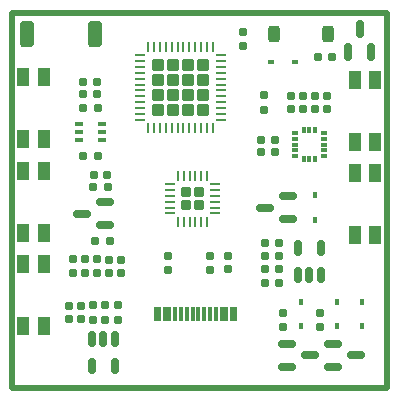
<source format=gbr>
%TF.GenerationSoftware,KiCad,Pcbnew,(6.0.0-rc1-323-gb9e66d8b98)*%
%TF.CreationDate,2021-12-09T23:12:50+08:00*%
%TF.ProjectId,Xterminal,58746572-6d69-46e6-916c-2e6b69636164,rev?*%
%TF.SameCoordinates,PXb340ac0PY76b1be0*%
%TF.FileFunction,Paste,Top*%
%TF.FilePolarity,Positive*%
%FSLAX46Y46*%
G04 Gerber Fmt 4.6, Leading zero omitted, Abs format (unit mm)*
G04 Created by KiCad (PCBNEW (6.0.0-rc1-323-gb9e66d8b98)) date 2021-12-09 23:12:50*
%MOMM*%
%LPD*%
G01*
G04 APERTURE LIST*
G04 Aperture macros list*
%AMRoundRect*
0 Rectangle with rounded corners*
0 $1 Rounding radius*
0 $2 $3 $4 $5 $6 $7 $8 $9 X,Y pos of 4 corners*
0 Add a 4 corners polygon primitive as box body*
4,1,4,$2,$3,$4,$5,$6,$7,$8,$9,$2,$3,0*
0 Add four circle primitives for the rounded corners*
1,1,$1+$1,$2,$3*
1,1,$1+$1,$4,$5*
1,1,$1+$1,$6,$7*
1,1,$1+$1,$8,$9*
0 Add four rect primitives between the rounded corners*
20,1,$1+$1,$2,$3,$4,$5,0*
20,1,$1+$1,$4,$5,$6,$7,0*
20,1,$1+$1,$6,$7,$8,$9,0*
20,1,$1+$1,$8,$9,$2,$3,0*%
G04 Aperture macros list end*
%TA.AperFunction,Profile*%
%ADD10C,0.500000*%
%TD*%
%ADD11RoundRect,0.062500X-0.375000X-0.062500X0.375000X-0.062500X0.375000X0.062500X-0.375000X0.062500X0*%
%ADD12RoundRect,0.062500X-0.062500X-0.375000X0.062500X-0.375000X0.062500X0.375000X-0.062500X0.375000X0*%
%ADD13RoundRect,0.250000X-0.270000X-0.270000X0.270000X-0.270000X0.270000X0.270000X-0.270000X0.270000X0*%
%ADD14RoundRect,0.150000X-0.150000X0.512500X-0.150000X-0.512500X0.150000X-0.512500X0.150000X0.512500X0*%
%ADD15RoundRect,0.150000X0.587500X0.150000X-0.587500X0.150000X-0.587500X-0.150000X0.587500X-0.150000X0*%
%ADD16RoundRect,0.155000X-0.155000X0.212500X-0.155000X-0.212500X0.155000X-0.212500X0.155000X0.212500X0*%
%ADD17RoundRect,0.160000X-0.197500X-0.160000X0.197500X-0.160000X0.197500X0.160000X-0.197500X0.160000X0*%
%ADD18R,0.450000X0.600000*%
%ADD19R,0.600000X0.450000*%
%ADD20RoundRect,0.155000X0.155000X-0.212500X0.155000X0.212500X-0.155000X0.212500X-0.155000X-0.212500X0*%
%ADD21R,1.000000X1.550000*%
%ADD22RoundRect,0.150000X-0.587500X-0.150000X0.587500X-0.150000X0.587500X0.150000X-0.587500X0.150000X0*%
%ADD23RoundRect,0.160000X0.160000X-0.197500X0.160000X0.197500X-0.160000X0.197500X-0.160000X-0.197500X0*%
%ADD24RoundRect,0.160000X0.197500X0.160000X-0.197500X0.160000X-0.197500X-0.160000X0.197500X-0.160000X0*%
%ADD25RoundRect,0.217500X0.217500X-0.217500X0.217500X0.217500X-0.217500X0.217500X-0.217500X-0.217500X0*%
%ADD26RoundRect,0.062500X0.062500X-0.375000X0.062500X0.375000X-0.062500X0.375000X-0.062500X-0.375000X0*%
%ADD27RoundRect,0.062500X0.375000X-0.062500X0.375000X0.062500X-0.375000X0.062500X-0.375000X-0.062500X0*%
%ADD28R,0.650000X0.400000*%
%ADD29RoundRect,0.155000X-0.212500X-0.155000X0.212500X-0.155000X0.212500X0.155000X-0.212500X0.155000X0*%
%ADD30RoundRect,0.160000X-0.160000X0.197500X-0.160000X-0.197500X0.160000X-0.197500X0.160000X0.197500X0*%
%ADD31RoundRect,0.087500X-0.187500X-0.087500X0.187500X-0.087500X0.187500X0.087500X-0.187500X0.087500X0*%
%ADD32RoundRect,0.087500X-0.087500X-0.187500X0.087500X-0.187500X0.087500X0.187500X-0.087500X0.187500X0*%
%ADD33R,0.300000X1.150000*%
%ADD34RoundRect,0.250000X0.350000X0.850000X-0.350000X0.850000X-0.350000X-0.850000X0.350000X-0.850000X0*%
%ADD35RoundRect,0.250000X-0.250000X-0.450000X0.250000X-0.450000X0.250000X0.450000X-0.250000X0.450000X0*%
%ADD36RoundRect,0.150000X0.150000X-0.512500X0.150000X0.512500X-0.150000X0.512500X-0.150000X-0.512500X0*%
%ADD37RoundRect,0.150000X0.150000X-0.587500X0.150000X0.587500X-0.150000X0.587500X-0.150000X-0.587500X0*%
%ADD38RoundRect,0.155000X0.212500X0.155000X-0.212500X0.155000X-0.212500X-0.155000X0.212500X-0.155000X0*%
G04 APERTURE END LIST*
D10*
X0Y31750000D02*
X31750000Y31750000D01*
X31750000Y31750000D02*
X31750000Y0D01*
X31750000Y0D02*
X0Y0D01*
X0Y0D02*
X0Y31750000D01*
D11*
%TO.C,U1*%
X10786500Y28150000D03*
X10786500Y27650000D03*
X10786500Y27150000D03*
X10786500Y26650000D03*
X10786500Y26150000D03*
X10786500Y25650000D03*
X10786500Y25150000D03*
X10786500Y24650000D03*
X10786500Y24150000D03*
X10786500Y23650000D03*
X10786500Y23150000D03*
X10786500Y22650000D03*
D12*
X11474000Y21962500D03*
X11974000Y21962500D03*
X12474000Y21962500D03*
X12974000Y21962500D03*
X13474000Y21962500D03*
X13974000Y21962500D03*
X14474000Y21962500D03*
X14974000Y21962500D03*
X15474000Y21962500D03*
X15974000Y21962500D03*
X16474000Y21962500D03*
X16974000Y21962500D03*
D11*
X17661500Y22650000D03*
X17661500Y23150000D03*
X17661500Y23650000D03*
X17661500Y24150000D03*
X17661500Y24650000D03*
X17661500Y25150000D03*
X17661500Y25650000D03*
X17661500Y26150000D03*
X17661500Y26650000D03*
X17661500Y27150000D03*
X17661500Y27650000D03*
X17661500Y28150000D03*
D12*
X16974000Y28837500D03*
X16474000Y28837500D03*
X15974000Y28837500D03*
X15474000Y28837500D03*
X14974000Y28837500D03*
X14474000Y28837500D03*
X13974000Y28837500D03*
X13474000Y28837500D03*
X12974000Y28837500D03*
X12474000Y28837500D03*
X11974000Y28837500D03*
X11474000Y28837500D03*
D13*
X12289000Y27335000D03*
X12289000Y26045000D03*
X12289000Y24755000D03*
X12289000Y23465000D03*
X13579000Y27335000D03*
X13579000Y26045000D03*
X13579000Y24755000D03*
X13579000Y23465000D03*
X14869000Y27335000D03*
X14869000Y26045000D03*
X14869000Y24755000D03*
X14869000Y23465000D03*
X16159000Y27335000D03*
X16159000Y26045000D03*
X16159000Y24755000D03*
X16159000Y23465000D03*
%TD*%
D14*
%TO.C,U5*%
X8644000Y4093500D03*
X7694000Y4093500D03*
X6744000Y4093500D03*
X6744000Y1818500D03*
X8644000Y1818500D03*
%TD*%
D15*
%TO.C,Q6*%
X7795500Y13782000D03*
X7795500Y15682000D03*
X5920500Y14732000D03*
%TD*%
D16*
%TO.C,C1*%
X19558000Y30091000D03*
X19558000Y28956000D03*
%TD*%
D17*
%TO.C,R7*%
X21411000Y8890000D03*
X22606000Y8890000D03*
%TD*%
D18*
%TO.C,D2*%
X25654000Y16290000D03*
X25654000Y14190000D03*
%TD*%
D19*
%TO.C,D1*%
X21848000Y27523000D03*
X23948000Y27523000D03*
%TD*%
D20*
%TO.C,C2*%
X23556000Y23562500D03*
X23556000Y24697500D03*
%TD*%
D21*
%TO.C,SW4*%
X928000Y26285000D03*
X928000Y21035000D03*
X2628000Y26285000D03*
X2628000Y21035000D03*
%TD*%
D16*
%TO.C,C12*%
X5126000Y10849500D03*
X5126000Y9714500D03*
%TD*%
D17*
%TO.C,R20*%
X6858000Y17018000D03*
X8053000Y17018000D03*
%TD*%
D22*
%TO.C,Q3*%
X23278000Y3678000D03*
X23278000Y1778000D03*
X25153000Y2728000D03*
%TD*%
D23*
%TO.C,R8*%
X6858000Y5752500D03*
X6858000Y6947500D03*
%TD*%
D17*
%TO.C,R18*%
X21411000Y11147332D03*
X22606000Y11147332D03*
%TD*%
D23*
%TO.C,R10*%
X16764000Y9981000D03*
X16764000Y11176000D03*
%TD*%
D24*
%TO.C,R16*%
X7201500Y19596000D03*
X6006500Y19596000D03*
%TD*%
D25*
%TO.C,U6*%
X15780000Y16530000D03*
X14700000Y16530000D03*
X14700000Y15450000D03*
X15780000Y15450000D03*
D26*
X13990000Y14052500D03*
X14490000Y14052500D03*
X14990000Y14052500D03*
X15490000Y14052500D03*
X15990000Y14052500D03*
X16490000Y14052500D03*
D27*
X17177500Y14740000D03*
X17177500Y15240000D03*
X17177500Y15740000D03*
X17177500Y16240000D03*
X17177500Y16740000D03*
X17177500Y17240000D03*
D26*
X16490000Y17927500D03*
X15990000Y17927500D03*
X15490000Y17927500D03*
X14990000Y17927500D03*
X14490000Y17927500D03*
X13990000Y17927500D03*
D27*
X13302500Y17240000D03*
X13302500Y16740000D03*
X13302500Y16240000D03*
X13302500Y15740000D03*
X13302500Y15240000D03*
X13302500Y14740000D03*
%TD*%
D28*
%TO.C,Q5*%
X5654000Y22278000D03*
X5654000Y21628000D03*
X5654000Y20978000D03*
X7554000Y20978000D03*
X7554000Y21628000D03*
X7554000Y22278000D03*
%TD*%
D21*
%TO.C,SW1*%
X30734000Y12909000D03*
X30734000Y18159000D03*
X29034000Y12909000D03*
X29034000Y18159000D03*
%TD*%
D17*
%TO.C,R3*%
X21004000Y19937500D03*
X22199000Y19937500D03*
%TD*%
D29*
%TO.C,C14*%
X6869289Y18025068D03*
X8004289Y18025068D03*
%TD*%
D24*
%TO.C,R1*%
X27043000Y27973000D03*
X25848000Y27973000D03*
%TD*%
D30*
%TO.C,R11*%
X26011500Y6322000D03*
X26011500Y5127000D03*
%TD*%
D22*
%TO.C,Q4*%
X27178000Y3678000D03*
X27178000Y1778000D03*
X29053000Y2728000D03*
%TD*%
D31*
%TO.C,U2*%
X23921000Y21574000D03*
X23921000Y21074000D03*
X23921000Y20574000D03*
X23921000Y20074000D03*
X23921000Y19574000D03*
D32*
X24646000Y19349000D03*
X25146000Y19349000D03*
X25646000Y19349000D03*
D31*
X26371000Y19574000D03*
X26371000Y20074000D03*
X26371000Y20574000D03*
X26371000Y21074000D03*
X26371000Y21574000D03*
D32*
X25646000Y21799000D03*
X25146000Y21799000D03*
X24646000Y21799000D03*
%TD*%
D20*
%TO.C,C11*%
X9162000Y9702000D03*
X9162000Y10837000D03*
%TD*%
D23*
%TO.C,R14*%
X7158000Y9684500D03*
X7158000Y10879500D03*
%TD*%
D16*
%TO.C,D4*%
X5842000Y6917500D03*
X5842000Y5782500D03*
%TD*%
D33*
%TO.C,U3*%
X12144000Y6210000D03*
X12944000Y6210000D03*
X14244000Y6210000D03*
X15244000Y6210000D03*
X15744000Y6210000D03*
X16744000Y6210000D03*
X18044000Y6210000D03*
X18844000Y6210000D03*
X18544000Y6210000D03*
X17744000Y6210000D03*
X17244000Y6210000D03*
X16244000Y6210000D03*
X14744000Y6210000D03*
X13744000Y6210000D03*
X13244000Y6210000D03*
X12444000Y6210000D03*
%TD*%
D20*
%TO.C,C13*%
X18288000Y10041000D03*
X18288000Y11176000D03*
%TD*%
D18*
%TO.C,D5*%
X27511500Y7274500D03*
X27511500Y5174500D03*
%TD*%
D17*
%TO.C,R19*%
X7022500Y12446000D03*
X8217500Y12446000D03*
%TD*%
D34*
%TO.C,AE1*%
X6970000Y29972000D03*
X1270000Y29972000D03*
%TD*%
D35*
%TO.C,BZ1*%
X22144000Y29903000D03*
X26744000Y29903000D03*
%TD*%
D30*
%TO.C,R6*%
X8924000Y6945000D03*
X8924000Y5750000D03*
%TD*%
%TO.C,R9*%
X7874000Y6947500D03*
X7874000Y5752500D03*
%TD*%
D20*
%TO.C,C4*%
X25588000Y23562500D03*
X25588000Y24697500D03*
%TD*%
D23*
%TO.C,R4*%
X21336000Y23532500D03*
X21336000Y24727500D03*
%TD*%
D21*
%TO.C,SW5*%
X928000Y10485000D03*
X928000Y5235000D03*
X2628000Y10485000D03*
X2628000Y5235000D03*
%TD*%
D20*
%TO.C,C3*%
X24572000Y23562500D03*
X24572000Y24697500D03*
%TD*%
D29*
%TO.C,C8*%
X21421000Y12276000D03*
X22556000Y12276000D03*
%TD*%
D36*
%TO.C,U4*%
X24196000Y9530500D03*
X25146000Y9530500D03*
X26096000Y9530500D03*
X26096000Y11805500D03*
X24196000Y11805500D03*
%TD*%
D21*
%TO.C,SW3*%
X30734000Y20828000D03*
X30734000Y26078000D03*
X29034000Y20828000D03*
X29034000Y26078000D03*
%TD*%
D30*
%TO.C,R15*%
X6142000Y10879500D03*
X6142000Y9684500D03*
%TD*%
D37*
%TO.C,Q1*%
X28448000Y28448000D03*
X30348000Y28448000D03*
X29398000Y30323000D03*
%TD*%
D38*
%TO.C,C6*%
X7128000Y24874000D03*
X5993000Y24874000D03*
%TD*%
D20*
%TO.C,C5*%
X26604000Y23562500D03*
X26604000Y24697500D03*
%TD*%
D29*
%TO.C,C9*%
X21421000Y10018666D03*
X22556000Y10018666D03*
%TD*%
D24*
%TO.C,R2*%
X22199000Y20953500D03*
X21004000Y20953500D03*
%TD*%
D17*
%TO.C,R5*%
X5963000Y25890000D03*
X7158000Y25890000D03*
%TD*%
D24*
%TO.C,R17*%
X7201500Y23660000D03*
X6006500Y23660000D03*
%TD*%
D23*
%TO.C,R12*%
X22861500Y5124500D03*
X22861500Y6319500D03*
%TD*%
D18*
%TO.C,D6*%
X29561500Y7272000D03*
X29561500Y5172000D03*
%TD*%
D23*
%TO.C,R13*%
X13208000Y9981000D03*
X13208000Y11176000D03*
%TD*%
D21*
%TO.C,SW2*%
X928000Y18373000D03*
X928000Y13123000D03*
X2628000Y18373000D03*
X2628000Y13123000D03*
%TD*%
D20*
%TO.C,C10*%
X8146000Y9702000D03*
X8146000Y10837000D03*
%TD*%
D15*
%TO.C,Q2*%
X23289500Y14290000D03*
X23289500Y16190000D03*
X21414500Y15240000D03*
%TD*%
D18*
%TO.C,D3*%
X24427500Y5177500D03*
X24427500Y7277500D03*
%TD*%
D16*
%TO.C,C7*%
X4824000Y6917500D03*
X4824000Y5782500D03*
%TD*%
M02*

</source>
